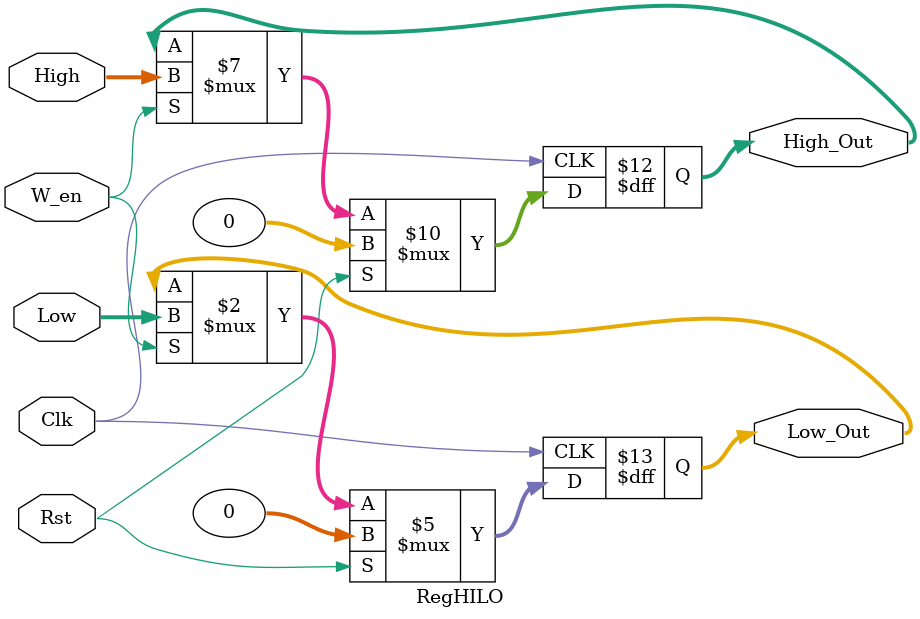
<source format=v>
`timescale 1ns / 1ps


module RegHILO(
		input wire Clk,
		input wire Rst,
		input wire W_en,
		
		input wire[31:0] High, Low,
		output reg[31:0] High_Out, Low_Out
    );
    
    always @(negedge Clk) begin
    	// Ê±ÖÓÏÂ°ëÖÜÆÚÐÞ¸Äà»£¬·ÀÖ¹Ê±Ðò´íÂÒ£»ÓÉÓÚÓÃµÄÊÇ¼Ä´æÆ÷±äÁ¿
    	// ËùÒÔ²»ÓÃÐ´¶ÁÈ¡µÄ²¿·Ö
    	if (Rst) begin
    		High_Out <= 0;
    		Low_Out  <= 0;
    	end else if (W_en) begin
    		High_Out <= High;
    		Low_Out  <= Low;
    	end
    end
endmodule

</source>
